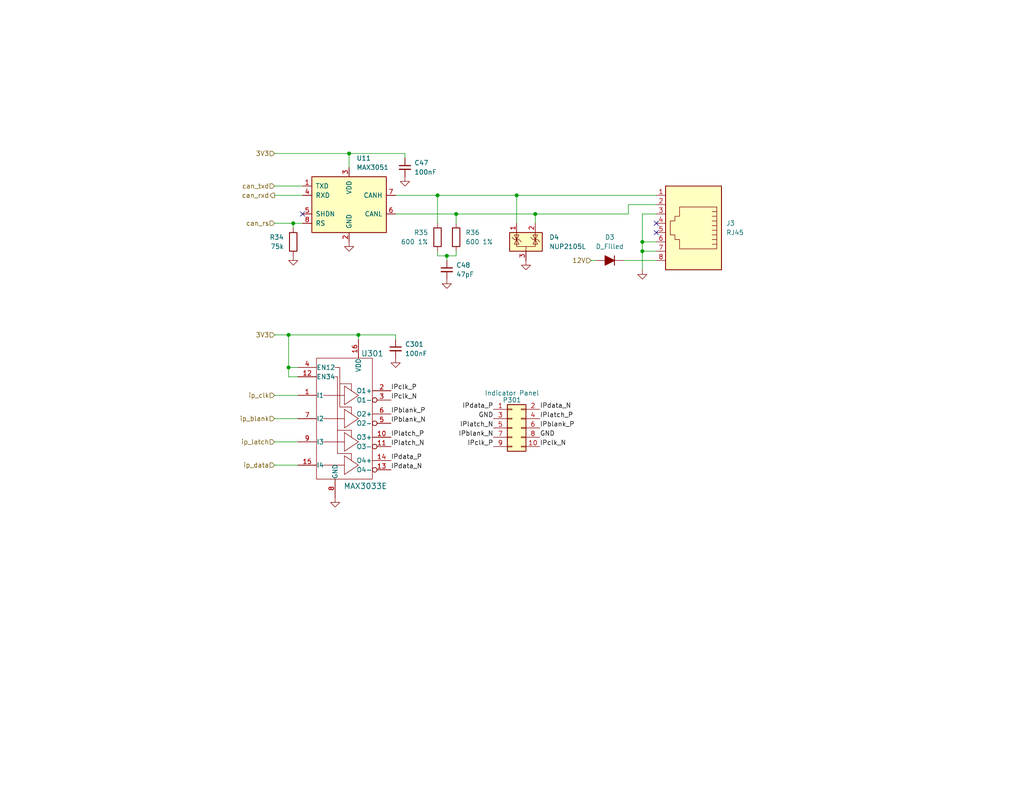
<source format=kicad_sch>
(kicad_sch (version 20211123) (generator eeschema)
  (paper "A")
  (title_block (title "Console (CANbus) and Indicator Panel Ports") (date "2022-01-11") (rev "${Version}") (company "RetroComputing Reproductions"))
  (lib_symbols
    (symbol "Connector:RJ45" (pin_names (offset 1.016))
      (property "Reference" "J" (at -5.08 13.97 0))
      (property "Value" "RJ45" (at 2.54 13.97 0))
      (symbol "RJ45_0_1"
        (polyline (pts (xy -5.08 4.445) (xy -6.35 4.445)))
        (polyline (pts (xy -5.08 5.715) (xy -6.35 5.715)))
        (polyline (pts (xy -6.35 -3.175) (xy -5.08 -3.175) (xy -5.08 -3.175)))
        (polyline (pts (xy -6.35 -1.905) (xy -5.08 -1.905) (xy -5.08 -1.905)))
        (polyline (pts (xy -6.35 -0.635) (xy -5.08 -0.635) (xy -5.08 -0.635)))
        (polyline (pts (xy -6.35 0.635) (xy -5.08 0.635) (xy -5.08 0.635)))
        (polyline (pts (xy -6.35 1.905) (xy -5.08 1.905) (xy -5.08 1.905)))
        (polyline (pts (xy -5.08 3.175) (xy -6.35 3.175) (xy -6.35 3.175)))
        (polyline (pts (xy -6.35 -4.445) (xy -6.35 6.985) (xy 3.81 6.985) (xy 3.81 4.445) (xy 5.08 4.445) (xy 5.08 3.175) (xy 6.35 3.175) (xy 6.35 -0.635) (xy 5.08 -0.635) (xy 5.08 -1.905) (xy 3.81 -1.905) (xy 3.81 -4.445) (xy -6.35 -4.445) (xy -6.35 -4.445)))
        (rectangle (start 7.62 12.7) (end -7.62 -10.16) (stroke (width 0.254)) (fill (type background)))
      )
      (symbol "RJ45_1_1"
        (pin passive line (at 10.16 -7.62 180) (length 2.54) (name "~") (number "1"))
        (pin passive line (at 10.16 -5.08 180) (length 2.54) (name "~") (number "2"))
        (pin passive line (at 10.16 -2.54 180) (length 2.54) (name "~") (number "3"))
        (pin passive line (at 10.16 0 180) (length 2.54) (name "~") (number "4"))
        (pin passive line (at 10.16 2.54 180) (length 2.54) (name "~") (number "5"))
        (pin passive line (at 10.16 5.08 180) (length 2.54) (name "~") (number "6"))
        (pin passive line (at 10.16 7.62 180) (length 2.54) (name "~") (number "7"))
        (pin passive line (at 10.16 10.16 180) (length 2.54) (name "~") (number "8"))
      )
    )
    (symbol "Connector_Generic:Conn_02x05_Odd_Even" (pin_names (offset 1.016) hide)
      (property "Reference" "J" (at 1.27 7.62 0))
      (property "Value" "Connector_Generic_Conn_02x05_Odd_Even" (at 1.27 -7.62 0))
      (symbol "Conn_02x05_Odd_Even_1_1"
        (rectangle (start -1.27 -4.953) (end 0 -5.207) (stroke (width 0.1524)))
        (rectangle (start -1.27 -2.413) (end 0 -2.667) (stroke (width 0.1524)))
        (rectangle (start -1.27 0.127) (end 0 -0.127) (stroke (width 0.1524)))
        (rectangle (start -1.27 2.667) (end 0 2.413) (stroke (width 0.1524)))
        (rectangle (start -1.27 5.207) (end 0 4.953) (stroke (width 0.1524)))
        (rectangle (start -1.27 6.35) (end 3.81 -6.35) (stroke (width 0.254)) (fill (type background)))
        (rectangle (start 3.81 -4.953) (end 2.54 -5.207) (stroke (width 0.1524)))
        (rectangle (start 3.81 -2.413) (end 2.54 -2.667) (stroke (width 0.1524)))
        (rectangle (start 3.81 0.127) (end 2.54 -0.127) (stroke (width 0.1524)))
        (rectangle (start 3.81 2.667) (end 2.54 2.413) (stroke (width 0.1524)))
        (rectangle (start 3.81 5.207) (end 2.54 4.953) (stroke (width 0.1524)))
        (pin passive line (at -5.08 5.08 0) (length 3.81) (name "Pin_1") (number "1"))
        (pin passive line (at 7.62 -5.08 180) (length 3.81) (name "Pin_10") (number "10"))
        (pin passive line (at 7.62 5.08 180) (length 3.81) (name "Pin_2") (number "2"))
        (pin passive line (at -5.08 2.54 0) (length 3.81) (name "Pin_3") (number "3"))
        (pin passive line (at 7.62 2.54 180) (length 3.81) (name "Pin_4") (number "4"))
        (pin passive line (at -5.08 0 0) (length 3.81) (name "Pin_5") (number "5"))
        (pin passive line (at 7.62 0 180) (length 3.81) (name "Pin_6") (number "6"))
        (pin passive line (at -5.08 -2.54 0) (length 3.81) (name "Pin_7") (number "7"))
        (pin passive line (at 7.62 -2.54 180) (length 3.81) (name "Pin_8") (number "8"))
        (pin passive line (at -5.08 -5.08 0) (length 3.81) (name "Pin_9") (number "9"))
      )
    )
    (symbol "Device:C_Small" (pin_numbers hide) (pin_names (offset 0.254) hide)
      (property "Reference" "C" (at 0.254 1.778 0))
      (property "Value" "Device_C_Small" (at 0.254 -2.032 0))
      (symbol "C_Small_0_1"
        (polyline (pts (xy -1.524 -0.508) (xy 1.524 -0.508)) (stroke (width 0.3302)))
        (polyline (pts (xy -1.524 0.508) (xy 1.524 0.508)) (stroke (width 0.3048)))
      )
      (symbol "C_Small_1_1"
        (pin passive line (at 0 2.54 270) (length 2.032) (name "~") (number "1"))
        (pin passive line (at 0 -2.54 90) (length 2.032) (name "~") (number "2"))
      )
    )
    (symbol "Device:D_Filled" (pin_numbers hide) (pin_names (offset 1.016) hide)
      (property "Reference" "D" (at 0 2.54 0))
      (property "Value" "D_Filled" (at 0 -2.54 0))
      (symbol "D_Filled_0_1"
        (polyline (pts (xy -1.27 1.27) (xy -1.27 -1.27)) (stroke (width 0.254)))
        (polyline (pts (xy 1.27 0) (xy -1.27 0)))
        (polyline (pts (xy 1.27 1.27) (xy 1.27 -1.27) (xy -1.27 0) (xy 1.27 1.27)) (stroke (width 0.254)) (fill (type outline)))
      )
      (symbol "D_Filled_1_1"
        (pin passive line (at -3.81 0 0) (length 2.54) (name "K") (number "1"))
        (pin passive line (at 3.81 0 180) (length 2.54) (name "A") (number "2"))
      )
    )
    (symbol "Device:R" (pin_numbers hide) (pin_names (offset 0))
      (property "Reference" "R" (at 2.032 0 90))
      (property "Value" "Device_R" (at 0 0 90))
      (symbol "R_0_1"
        (rectangle (start -1.016 -2.54) (end 1.016 2.54) (stroke (width 0.254)))
      )
      (symbol "R_1_1"
        (pin passive line (at 0 3.81 270) (length 1.27) (name "~") (number "1"))
        (pin passive line (at 0 -3.81 90) (length 1.27) (name "~") (number "2"))
      )
    )
    (symbol "Interface_UART:MAX3051" (pin_names (offset 1.016))
      (property "Reference" "U" (at -10.16 8.89 0))
      (property "Value" "MAX3051" (at 2.54 8.89 0))
      (symbol "MAX3051_0_1"
        (rectangle (start -10.16 7.62) (end 10.16 -7.62) (stroke (width 0.254)) (fill (type background)))
      )
      (symbol "MAX3051_1_1"
        (pin input line (at -12.7 5.08 0) (length 2.54) (name "TXD") (number "1"))
        (pin power_in line (at 0 -10.16 90) (length 2.54) (name "GND") (number "2"))
        (pin power_in line (at 0 10.16 270) (length 2.54) (name "VDD") (number "3"))
        (pin output line (at -12.7 2.54 0) (length 2.54) (name "RXD") (number "4"))
        (pin input line (at -12.7 -2.54 0) (length 2.54) (name "SHDN") (number "5"))
        (pin bidirectional line (at 12.7 -2.54 180) (length 2.54) (name "CANL") (number "6"))
        (pin bidirectional line (at 12.7 2.54 180) (length 2.54) (name "CANH") (number "7"))
        (pin input line (at -12.7 -5.08 0) (length 2.54) (name "RS") (number "8"))
      )
    )
    (symbol "Power_Protection:NUP2105L" (pin_names hide)
      (property "Reference" "D" (at 5.715 2.54 0))
      (property "Value" "NUP2105L" (at 5.715 0.635 0))
      (symbol "NUP2105L_0_0"
        (pin passive line (at 0 -5.08 90) (length 2.54) (name "A") (number "3"))
      )
      (symbol "NUP2105L_0_1"
        (rectangle (start -4.445 2.54) (end 4.445 -2.54) (stroke (width 0.254)) (fill (type background)))
        (polyline (pts (xy -2.54 2.54) (xy -2.54 0.635)))
        (polyline (pts (xy 0 -1.27) (xy 0 -2.54)))
        (polyline (pts (xy 2.54 2.54) (xy 2.54 0.635)))
        (polyline (pts (xy -3.81 1.27) (xy -3.175 0.635) (xy -1.905 0.635) (xy -1.27 0)))
        (polyline (pts (xy -2.54 0.635) (xy -2.54 -1.27) (xy 2.54 -1.27) (xy 2.54 0.635)))
        (polyline (pts (xy -2.54 0.635) (xy -1.905 -0.635) (xy -3.175 -0.635) (xy -2.54 0.635)))
        (polyline (pts (xy 2.54 0.635) (xy 1.905 -0.635) (xy 3.175 -0.635) (xy 2.54 0.635)))
        (polyline (pts (xy 2.54 0.635) (xy 3.175 1.905) (xy 1.905 1.905) (xy 2.54 0.635)))
        (polyline (pts (xy -2.54 0.635) (xy -3.175 1.905) (xy -1.905 1.905) (xy -2.54 0.635) (xy -2.54 1.27)))
        (polyline (pts (xy 1.27 1.27) (xy 1.905 0.635) (xy 2.54 0.635) (xy 3.175 0.635) (xy 3.81 0)))
      )
      (symbol "NUP2105L_1_1"
        (pin passive line (at -2.54 5.08 270) (length 2.54) (name "K") (number "1"))
        (pin passive line (at 2.54 5.08 270) (length 2.54) (name "K") (number "2"))
      )
    )
    (symbol "myLib:MAX3033E" (pin_names (offset 0.0254))
      (property "Reference" "U" (at 13.97 6.35 0))
      (property "Value" "myLib_MAX3033E" (at 2.54 6.35 0))
      (symbol "MAX3033E_0_1"
        (polyline (pts (xy 1.905 -24.13) (xy 7.62 -24.13)))
        (polyline (pts (xy 1.905 -17.78) (xy 7.62 -17.78)))
        (polyline (pts (xy 1.905 -11.43) (xy 7.62 -11.43)))
        (polyline (pts (xy 1.905 -5.08) (xy 7.62 -5.08)))
        (polyline (pts (xy 9.525 -16.51) (xy 9.525 -16.51)))
        (polyline (pts (xy 6.35 -1.905) (xy 9.525 -1.905) (xy 9.525 -3.81)))
        (polyline (pts (xy 5.715 -14.605) (xy 5.715 -20.955) (xy 9.525 -20.955) (xy 9.525 -22.86)))
        (polyline (pts (xy 7.62 -21.59) (xy 7.62 -26.67) (xy 11.43 -24.13) (xy 7.62 -21.59)))
        (polyline (pts (xy 7.62 -15.24) (xy 7.62 -20.32) (xy 11.43 -17.78) (xy 7.62 -15.24)))
        (polyline (pts (xy 7.62 -8.89) (xy 7.62 -13.97) (xy 11.43 -11.43) (xy 7.62 -8.89)))
        (polyline (pts (xy 7.62 -2.54) (xy 7.62 -7.62) (xy 11.43 -5.08) (xy 7.62 -2.54)))
        (polyline (pts (xy 5.08 0) (xy 5.715 0) (xy 5.715 -14.605) (xy 9.525 -14.605) (xy 9.525 -16.51)))
        (polyline (pts (xy 5.08 2.54) (xy 6.35 2.54) (xy 6.35 -8.255) (xy 9.525 -8.255) (xy 9.525 -10.16)))
        (rectangle (start 0 5.08) (end 15.24 -27.94))
        (pin input line (at -5.08 -5.08 0) (length 5.08) (name "I1") (number "1"))
        (pin output line (at 20.32 -16.51 180) (length 5.08) (name "O3+") (number "10"))
        (pin output inverted (at 20.32 -19.05 180) (length 5.08) (name "O3-") (number "11"))
        (pin input line (at -5.08 0 0) (length 5.08) (name "EN34") (number "12"))
        (pin output inverted (at 20.32 -25.4 180) (length 5.08) (name "O4-") (number "13"))
        (pin output line (at 20.32 -22.86 180) (length 5.08) (name "O4+") (number "14"))
        (pin input line (at -5.08 -24.13 0) (length 5.08) (name "I4") (number "15"))
        (pin power_in line (at 11.43 10.16 270) (length 5.08) (name "VDD") (number "16"))
        (pin output line (at 20.32 -3.81 180) (length 5.08) (name "O1+") (number "2"))
        (pin output inverted (at 20.32 -6.35 180) (length 5.08) (name "O1-") (number "3"))
        (pin input line (at -5.08 2.54 0) (length 5.08) (name "EN12") (number "4"))
        (pin output inverted (at 20.32 -12.7 180) (length 5.08) (name "O2-") (number "5"))
        (pin output line (at 20.32 -10.16 180) (length 5.08) (name "O2+") (number "6"))
        (pin input line (at -5.08 -11.43 0) (length 5.08) (name "I2") (number "7"))
        (pin power_in line (at 5.08 -33.02 90) (length 5.08) (name "GND") (number "8"))
        (pin input line (at -5.08 -17.78 0) (length 5.08) (name "I3") (number "9"))
      )
    )
    (symbol "power:GND" (power) (pin_names (offset 0))
      (property "Value" "power_GND" (at 0 -3.81 0))
      (symbol "GND_0_1"
        (polyline (pts (xy 0 0) (xy 0 -1.27) (xy 1.27 -1.27) (xy 0 -2.54) (xy -1.27 -1.27) (xy 0 -1.27)))
      )
      (symbol "GND_1_1"
        (pin power_in line (at 0 0 270) (length 0) hide (name "GND") (number "1"))
      )
    )
  )
  (junction (at 78.74 100.33))
  (junction (at 175.26 68.58))
  (junction (at 124.46 58.42))
  (junction (at 140.97 53.34))
  (junction (at 97.79 91.44))
  (junction (at 80.01 60.96))
  (junction (at 175.26 66.04))
  (junction (at 95.25 41.91))
  (junction (at 119.38 53.34))
  (junction (at 146.05 58.42))
  (junction (at 78.74 91.44))
  (junction (at 121.92 69.85))
  (no_connect (at 82.55 58.42))
  (no_connect (at 179.07 60.96))
  (no_connect (at 179.07 63.5))
  (wire (pts (xy 95.25 41.91) (xy 95.25 45.72)))
  (wire (pts (xy 74.93 53.34) (xy 82.55 53.34)))
  (wire (pts (xy 74.93 91.44) (xy 78.74 91.44)))
  (wire (pts (xy 124.46 69.85) (xy 124.46 68.58)))
  (wire (pts (xy 171.45 58.42) (xy 146.05 58.42)))
  (wire (pts (xy 78.74 91.44) (xy 97.79 91.44)))
  (wire (pts (xy 74.93 60.96) (xy 80.01 60.96)))
  (wire (pts (xy 107.95 91.44) (xy 97.79 91.44)))
  (wire (pts (xy 119.38 53.34) (xy 119.38 60.96)))
  (wire (pts (xy 119.38 53.34) (xy 140.97 53.34)))
  (wire (pts (xy 107.95 53.34) (xy 119.38 53.34)))
  (wire (pts (xy 140.97 53.34) (xy 179.07 53.34)))
  (wire (pts (xy 124.46 58.42) (xy 124.46 60.96)))
  (wire (pts (xy 74.93 114.3) (xy 81.28 114.3)))
  (wire (pts (xy 78.74 100.33) (xy 78.74 102.87)))
  (wire (pts (xy 175.26 66.04) (xy 179.07 66.04)))
  (wire (pts (xy 175.26 66.04) (xy 175.26 58.42)))
  (wire (pts (xy 146.05 58.42) (xy 146.05 60.96)))
  (wire (pts (xy 175.26 73.66) (xy 175.26 68.58)))
  (wire (pts (xy 80.01 60.96) (xy 80.01 62.23)))
  (wire (pts (xy 74.93 41.91) (xy 95.25 41.91)))
  (wire (pts (xy 140.97 53.34) (xy 140.97 60.96)))
  (wire (pts (xy 74.93 107.95) (xy 81.28 107.95)))
  (wire (pts (xy 97.79 91.44) (xy 97.79 92.71)))
  (wire (pts (xy 119.38 68.58) (xy 119.38 69.85)))
  (wire (pts (xy 110.49 41.91) (xy 95.25 41.91)))
  (wire (pts (xy 179.07 55.88) (xy 171.45 55.88)))
  (wire (pts (xy 161.29 71.12) (xy 162.56 71.12)))
  (wire (pts (xy 124.46 58.42) (xy 107.95 58.42)))
  (wire (pts (xy 171.45 55.88) (xy 171.45 58.42)))
  (wire (pts (xy 119.38 69.85) (xy 121.92 69.85)))
  (wire (pts (xy 74.93 127) (xy 81.28 127)))
  (wire (pts (xy 110.49 43.18) (xy 110.49 41.91)))
  (wire (pts (xy 175.26 68.58) (xy 175.26 66.04)))
  (wire (pts (xy 170.18 71.12) (xy 179.07 71.12)))
  (wire (pts (xy 74.93 50.8) (xy 82.55 50.8)))
  (wire (pts (xy 74.93 120.65) (xy 81.28 120.65)))
  (wire (pts (xy 146.05 58.42) (xy 124.46 58.42)))
  (wire (pts (xy 80.01 60.96) (xy 82.55 60.96)))
  (wire (pts (xy 78.74 91.44) (xy 78.74 100.33)))
  (wire (pts (xy 107.95 92.71) (xy 107.95 91.44)))
  (wire (pts (xy 81.28 100.33) (xy 78.74 100.33)))
  (wire (pts (xy 175.26 58.42) (xy 179.07 58.42)))
  (wire (pts (xy 175.26 68.58) (xy 179.07 68.58)))
  (wire (pts (xy 78.74 102.87) (xy 81.28 102.87)))
  (wire (pts (xy 121.92 69.85) (xy 121.92 71.12)))
  (wire (pts (xy 121.92 69.85) (xy 124.46 69.85)))
  (label "IPlatch_P" (at 147.32 114.3 0))
  (label "IPlatch_N" (at 106.68 121.92 0))
  (label "IPclk_P" (at 134.62 121.92 180))
  (label "IPlatch_N" (at 134.62 116.84 180))
  (label "IPdata_P" (at 106.68 125.73 0))
  (label "IPclk_N" (at 147.32 121.92 0))
  (label "GND" (at 147.32 119.38 0))
  (label "IPlatch_P" (at 106.68 119.38 0))
  (label "IPdata_P" (at 134.62 111.76 180))
  (label "IPblank_N" (at 106.68 115.57 0))
  (label "GND" (at 134.62 114.3 180))
  (label "IPclk_N" (at 106.68 109.22 0))
  (label "IPclk_P" (at 106.68 106.68 0))
  (label "IPdata_N" (at 106.68 128.27 0))
  (label "IPblank_P" (at 147.32 116.84 0))
  (label "IPblank_N" (at 134.62 119.38 180))
  (label "IPdata_N" (at 147.32 111.76 0))
  (label "IPblank_P" (at 106.68 113.03 0))
  (hierarchical_label "can_rxd" (shape output) (at 74.93 53.34 180))
  (hierarchical_label "ip_latch" (shape input) (at 74.93 120.65 180))
  (hierarchical_label "ip_blank" (shape input) (at 74.93 114.3 180))
  (hierarchical_label "can_rs" (shape input) (at 74.93 60.96 180))
  (hierarchical_label "12V" (shape input) (at 161.29 71.12 180))
  (hierarchical_label "ip_data" (shape input) (at 74.93 127 180))
  (hierarchical_label "can_txd" (shape input) (at 74.93 50.8 180))
  (hierarchical_label "3V3" (shape input) (at 74.93 91.44 180))
  (hierarchical_label "3V3" (shape input) (at 74.93 41.91 180))
  (hierarchical_label "ip_clk" (shape input) (at 74.93 107.95 180))
  (symbol (lib_id "Connector_Generic:Conn_02x05_Odd_Even") (at 139.7 116.84 0) (unit 1)
    (property "Reference" "P301" (at 139.7 109.22 0))
    (property "Value" "Indicator Panel" (at 139.7 107.315 0))
    (property "Footprint" "myMods:PinHeader_2x05_P2.54mm_Vertical_shrouded" (effects hide))
  )
  (symbol (lib_id "myLib:MAX3033E") (at 86.36 102.87 0) (unit 1)
    (property "Reference" "U301" (at 101.6 96.52 0) (effects (font (size 1.524 1.524))))
    (property "Value" "MAX3033E" (at 99.695 132.715 0) (effects (font (size 1.524 1.524))))
    (property "Footprint" "Package_SO:TSSOP-16_4.4x5mm_P0.65mm" (effects hide))
    (property "manf#" "MAX3033E" (effects hide))
  )
  (symbol (lib_id "power:GND") (at 91.44 135.89 0) (unit 1)
    (property "Reference" "#PWR0114" (effects hide))
    (property "Value" "GND" (effects hide))
  )
  (symbol (lib_id "Device:C_Small") (at 107.95 95.25 0) (unit 1)
    (property "Reference" "C301" (at 110.49 93.9862 0) (effects (justify left)))
    (property "Value" "100nF" (at 110.49 96.5262 0) (effects (justify left)))
    (property "Footprint" "Capacitor_SMD:C_0603_1608Metric" (effects hide))
  )
  (symbol (lib_id "power:GND") (at 107.95 97.79 0) (unit 1)
    (property "Reference" "#PWR0117" (effects hide))
    (property "Value" "GND" (effects hide))
  )
  (symbol (lib_id "power:GND") (at 110.49 48.26 0) (unit 1)
    (property "Reference" "#PWR0112" (effects hide))
    (property "Value" "GND" (effects hide))
  )
  (symbol (lib_id "power:GND") (at 95.25 66.04 0) (unit 1)
    (property "Reference" "#PWR0113" (effects hide))
    (property "Value" "GND" (effects hide))
  )
  (symbol (lib_id "power:GND") (at 121.92 76.2 0) (unit 1)
    (property "Reference" "#PWR0235" (effects hide))
    (property "Value" "GND" (effects hide))
  )
  (symbol (lib_id "Interface_UART:MAX3051") (at 95.25 55.88 0) (unit 1)
    (property "Reference" "U11" (at 97.2694 43.18 0) (effects (justify left)))
    (property "Value" "MAX3051" (at 97.2694 45.72 0) (effects (justify left)))
    (property "Footprint" "Package_TO_SOT_SMD:SOT-23-8" (effects hide))
    (property "Datasheet" "http://datasheets.maximintegrated.com/en/ds/MAX3051.pdf" (effects hide))
  )
  (symbol (lib_id "Device:R") (at 80.01 66.04 0) (unit 1)
    (property "Reference" "R34" (at 77.47 64.7699 0) (effects (justify right)))
    (property "Value" "75k" (at 77.47 67.3099 0) (effects (justify right)))
    (property "Footprint" "Resistor_SMD:R_0603_1608Metric" (effects hide))
  )
  (symbol (lib_id "Device:C_Small") (at 110.49 45.72 0) (unit 1)
    (property "Reference" "C47" (at 113.03 44.4562 0) (effects (justify left)))
    (property "Value" "100nF" (at 113.03 46.9962 0) (effects (justify left)))
    (property "Footprint" "Capacitor_SMD:C_0603_1608Metric" (effects hide))
  )
  (symbol (lib_id "Device:R") (at 124.46 64.77 180) (unit 1)
    (property "Reference" "R36" (at 127 63.4999 0) (effects (justify right)))
    (property "Value" "600 1%" (at 127 66.0399 0) (effects (justify right)))
    (property "Footprint" "Resistor_SMD:R_0603_1608Metric" (effects hide))
  )
  (symbol (lib_id "power:GND") (at 175.26 73.66 0) (unit 1)
    (property "Reference" "#PWR0234" (effects hide))
    (property "Value" "GND" (effects hide))
  )
  (symbol (lib_id "Device:R") (at 119.38 64.77 180) (unit 1)
    (property "Reference" "R35" (at 116.84 63.4999 0) (effects (justify left)))
    (property "Value" "600 1%" (at 116.84 66.0399 0) (effects (justify left)))
    (property "Footprint" "Resistor_SMD:R_0603_1608Metric" (effects hide))
  )
  (symbol (lib_id "Device:D_Filled") (at 166.37 71.12 0) (mirror y) (unit 1)
    (property "Reference" "D3" (at 166.37 64.77 0))
    (property "Value" "D_Filled" (at 166.37 67.31 0))
    (property "Footprint" "Diode_SMD:D_0603_1608Metric" (effects hide))
  )
  (symbol (lib_id "power:GND") (at 143.51 71.12 0) (unit 1)
    (property "Reference" "#PWR0116" (effects hide))
    (property "Value" "GND" (effects hide))
  )
  (symbol (lib_id "Connector:RJ45") (at 189.23 60.96 180) (unit 1)
    (property "Reference" "J3" (at 198.12 60.9599 0) (effects (justify right)))
    (property "Value" "RJ45" (at 198.12 63.4999 0) (effects (justify right)))
    (property "Footprint" "Connector_RJ:RJ45_Amphenol_54602-x08_Horizontal" (effects hide))
    (property "manu#" "54602-908LF" (effects hide))
  )
  (symbol (lib_id "power:GND") (at 80.01 69.85 0) (unit 1)
    (property "Reference" "#PWR0233" (effects hide))
    (property "Value" "GND" (effects hide))
  )
  (symbol (lib_id "Device:C_Small") (at 121.92 73.66 0) (unit 1)
    (property "Reference" "C48" (at 124.46 72.3962 0) (effects (justify left)))
    (property "Value" "47pF" (at 124.46 74.9362 0) (effects (justify left)))
    (property "Footprint" "Capacitor_SMD:C_0603_1608Metric" (effects hide))
  )
  (symbol (lib_id "Power_Protection:NUP2105L") (at 143.51 66.04 0) (unit 1)
    (property "Reference" "D4" (at 149.86 64.7699 0) (effects (justify left)))
    (property "Value" "NUP2105L" (at 149.86 67.3099 0) (effects (justify left)))
    (property "Footprint" "Package_TO_SOT_SMD:SOT-23" (effects hide))
    (property "Datasheet" "http://www.onsemi.com/pub_link/Collateral/NUP2105L-D.PDF" (effects hide))
  )
)
</source>
